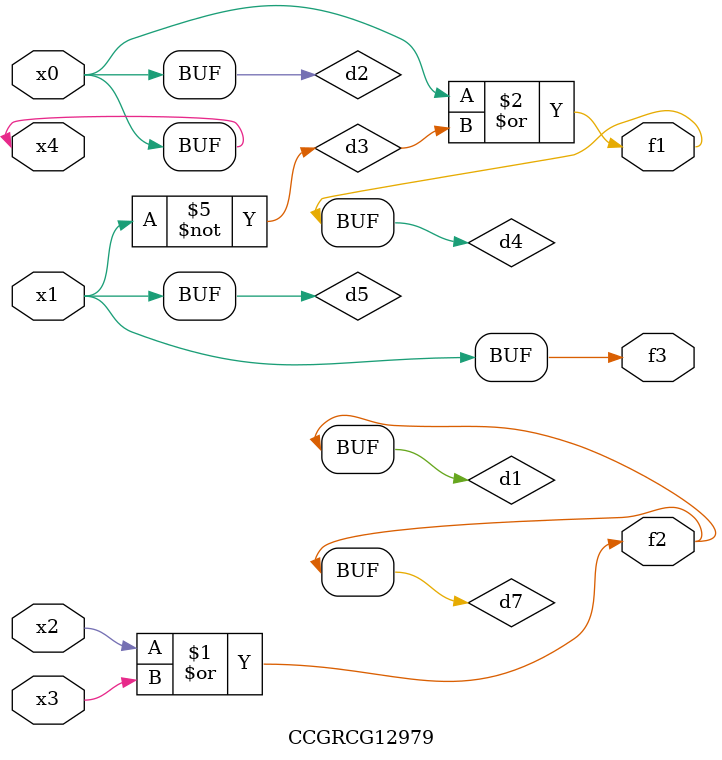
<source format=v>
module CCGRCG12979(
	input x0, x1, x2, x3, x4,
	output f1, f2, f3
);

	wire d1, d2, d3, d4, d5, d6, d7;

	or (d1, x2, x3);
	buf (d2, x0, x4);
	not (d3, x1);
	or (d4, d2, d3);
	not (d5, d3);
	nand (d6, d1, d3);
	or (d7, d1);
	assign f1 = d4;
	assign f2 = d7;
	assign f3 = d5;
endmodule

</source>
